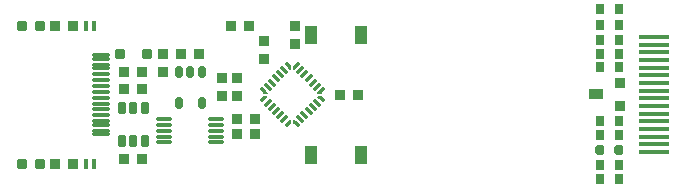
<source format=gtp>
G04*
G04 #@! TF.GenerationSoftware,Altium Limited,Altium Designer,19.1.5 (86)*
G04*
G04 Layer_Color=8421504*
%FSLAX25Y25*%
%MOIN*%
G70*
G01*
G75*
%ADD19R,0.03000X0.03200*%
G04:AMPARAMS|DCode=20|XSize=30mil|YSize=32mil|CornerRadius=7.5mil|HoleSize=0mil|Usage=FLASHONLY|Rotation=0.000|XOffset=0mil|YOffset=0mil|HoleType=Round|Shape=RoundedRectangle|*
%AMROUNDEDRECTD20*
21,1,0.03000,0.01700,0,0,0.0*
21,1,0.01500,0.03200,0,0,0.0*
1,1,0.01500,0.00750,-0.00850*
1,1,0.01500,-0.00750,-0.00850*
1,1,0.01500,-0.00750,0.00850*
1,1,0.01500,0.00750,0.00850*
%
%ADD20ROUNDEDRECTD20*%
%ADD21R,0.05000X0.03600*%
%ADD22R,0.03600X0.03600*%
%ADD23R,0.10000X0.01260*%
G04:AMPARAMS|DCode=24|XSize=12mil|YSize=22mil|CornerRadius=3mil|HoleSize=0mil|Usage=FLASHONLY|Rotation=135.000|XOffset=0mil|YOffset=0mil|HoleType=Round|Shape=RoundedRectangle|*
%AMROUNDEDRECTD24*
21,1,0.01200,0.01600,0,0,135.0*
21,1,0.00600,0.02200,0,0,135.0*
1,1,0.00600,0.00354,0.00778*
1,1,0.00600,0.00778,0.00354*
1,1,0.00600,-0.00354,-0.00778*
1,1,0.00600,-0.00778,-0.00354*
%
%ADD24ROUNDEDRECTD24*%
G04:AMPARAMS|DCode=25|XSize=12mil|YSize=32mil|CornerRadius=3mil|HoleSize=0mil|Usage=FLASHONLY|Rotation=135.000|XOffset=0mil|YOffset=0mil|HoleType=Round|Shape=RoundedRectangle|*
%AMROUNDEDRECTD25*
21,1,0.01200,0.02600,0,0,135.0*
21,1,0.00600,0.03200,0,0,135.0*
1,1,0.00600,0.00707,0.01131*
1,1,0.00600,0.01131,0.00707*
1,1,0.00600,-0.00707,-0.01131*
1,1,0.00600,-0.01131,-0.00707*
%
%ADD25ROUNDEDRECTD25*%
G04:AMPARAMS|DCode=26|XSize=12mil|YSize=22mil|CornerRadius=3mil|HoleSize=0mil|Usage=FLASHONLY|Rotation=225.000|XOffset=0mil|YOffset=0mil|HoleType=Round|Shape=RoundedRectangle|*
%AMROUNDEDRECTD26*
21,1,0.01200,0.01600,0,0,225.0*
21,1,0.00600,0.02200,0,0,225.0*
1,1,0.00600,-0.00778,0.00354*
1,1,0.00600,-0.00354,0.00778*
1,1,0.00600,0.00778,-0.00354*
1,1,0.00600,0.00354,-0.00778*
%
%ADD26ROUNDEDRECTD26*%
G04:AMPARAMS|DCode=27|XSize=12mil|YSize=32mil|CornerRadius=3mil|HoleSize=0mil|Usage=FLASHONLY|Rotation=225.000|XOffset=0mil|YOffset=0mil|HoleType=Round|Shape=RoundedRectangle|*
%AMROUNDEDRECTD27*
21,1,0.01200,0.02600,0,0,225.0*
21,1,0.00600,0.03200,0,0,225.0*
1,1,0.00600,-0.01131,0.00707*
1,1,0.00600,-0.00707,0.01131*
1,1,0.00600,0.01131,-0.00707*
1,1,0.00600,0.00707,-0.01131*
%
%ADD27ROUNDEDRECTD27*%
G04:AMPARAMS|DCode=28|XSize=31.5mil|YSize=31.5mil|CornerRadius=3.15mil|HoleSize=0mil|Usage=FLASHONLY|Rotation=180.000|XOffset=0mil|YOffset=0mil|HoleType=Round|Shape=RoundedRectangle|*
%AMROUNDEDRECTD28*
21,1,0.03150,0.02520,0,0,180.0*
21,1,0.02520,0.03150,0,0,180.0*
1,1,0.00630,-0.01260,0.01260*
1,1,0.00630,0.01260,0.01260*
1,1,0.00630,0.01260,-0.01260*
1,1,0.00630,-0.01260,-0.01260*
%
%ADD28ROUNDEDRECTD28*%
G04:AMPARAMS|DCode=29|XSize=35mil|YSize=35mil|CornerRadius=4.38mil|HoleSize=0mil|Usage=FLASHONLY|Rotation=180.000|XOffset=0mil|YOffset=0mil|HoleType=Round|Shape=RoundedRectangle|*
%AMROUNDEDRECTD29*
21,1,0.03500,0.02625,0,0,180.0*
21,1,0.02625,0.03500,0,0,180.0*
1,1,0.00875,-0.01313,0.01313*
1,1,0.00875,0.01313,0.01313*
1,1,0.00875,0.01313,-0.01313*
1,1,0.00875,-0.01313,-0.01313*
%
%ADD29ROUNDEDRECTD29*%
G04:AMPARAMS|DCode=30|XSize=16mil|YSize=35mil|CornerRadius=2.4mil|HoleSize=0mil|Usage=FLASHONLY|Rotation=0.000|XOffset=0mil|YOffset=0mil|HoleType=Round|Shape=RoundedRectangle|*
%AMROUNDEDRECTD30*
21,1,0.01600,0.03020,0,0,0.0*
21,1,0.01120,0.03500,0,0,0.0*
1,1,0.00480,0.00560,-0.01510*
1,1,0.00480,-0.00560,-0.01510*
1,1,0.00480,-0.00560,0.01510*
1,1,0.00480,0.00560,0.01510*
%
%ADD30ROUNDEDRECTD30*%
G04:AMPARAMS|DCode=31|XSize=35.43mil|YSize=31.5mil|CornerRadius=3.94mil|HoleSize=0mil|Usage=FLASHONLY|Rotation=180.000|XOffset=0mil|YOffset=0mil|HoleType=Round|Shape=RoundedRectangle|*
%AMROUNDEDRECTD31*
21,1,0.03543,0.02362,0,0,180.0*
21,1,0.02756,0.03150,0,0,180.0*
1,1,0.00787,-0.01378,0.01181*
1,1,0.00787,0.01378,0.01181*
1,1,0.00787,0.01378,-0.01181*
1,1,0.00787,-0.01378,-0.01181*
%
%ADD31ROUNDEDRECTD31*%
G04:AMPARAMS|DCode=32|XSize=35mil|YSize=35mil|CornerRadius=3.5mil|HoleSize=0mil|Usage=FLASHONLY|Rotation=270.000|XOffset=0mil|YOffset=0mil|HoleType=Round|Shape=RoundedRectangle|*
%AMROUNDEDRECTD32*
21,1,0.03500,0.02800,0,0,270.0*
21,1,0.02800,0.03500,0,0,270.0*
1,1,0.00700,-0.01400,-0.01400*
1,1,0.00700,-0.01400,0.01400*
1,1,0.00700,0.01400,0.01400*
1,1,0.00700,0.01400,-0.01400*
%
%ADD32ROUNDEDRECTD32*%
G04:AMPARAMS|DCode=33|XSize=35mil|YSize=35mil|CornerRadius=3.5mil|HoleSize=0mil|Usage=FLASHONLY|Rotation=180.000|XOffset=0mil|YOffset=0mil|HoleType=Round|Shape=RoundedRectangle|*
%AMROUNDEDRECTD33*
21,1,0.03500,0.02800,0,0,180.0*
21,1,0.02800,0.03500,0,0,180.0*
1,1,0.00700,-0.01400,0.01400*
1,1,0.00700,0.01400,0.01400*
1,1,0.00700,0.01400,-0.01400*
1,1,0.00700,-0.01400,-0.01400*
%
%ADD33ROUNDEDRECTD33*%
G04:AMPARAMS|DCode=34|XSize=59.06mil|YSize=11.81mil|CornerRadius=2.95mil|HoleSize=0mil|Usage=FLASHONLY|Rotation=0.000|XOffset=0mil|YOffset=0mil|HoleType=Round|Shape=RoundedRectangle|*
%AMROUNDEDRECTD34*
21,1,0.05906,0.00591,0,0,0.0*
21,1,0.05315,0.01181,0,0,0.0*
1,1,0.00591,0.02657,-0.00295*
1,1,0.00591,-0.02657,-0.00295*
1,1,0.00591,-0.02657,0.00295*
1,1,0.00591,0.02657,0.00295*
%
%ADD34ROUNDEDRECTD34*%
G04:AMPARAMS|DCode=35|XSize=35mil|YSize=35mil|CornerRadius=4.38mil|HoleSize=0mil|Usage=FLASHONLY|Rotation=270.000|XOffset=0mil|YOffset=0mil|HoleType=Round|Shape=RoundedRectangle|*
%AMROUNDEDRECTD35*
21,1,0.03500,0.02625,0,0,270.0*
21,1,0.02625,0.03500,0,0,270.0*
1,1,0.00875,-0.01313,-0.01313*
1,1,0.00875,-0.01313,0.01313*
1,1,0.00875,0.01313,0.01313*
1,1,0.00875,0.01313,-0.01313*
%
%ADD35ROUNDEDRECTD35*%
%ADD36O,0.05709X0.01181*%
G04:AMPARAMS|DCode=37|XSize=23.62mil|YSize=43.31mil|CornerRadius=5.91mil|HoleSize=0mil|Usage=FLASHONLY|Rotation=0.000|XOffset=0mil|YOffset=0mil|HoleType=Round|Shape=RoundedRectangle|*
%AMROUNDEDRECTD37*
21,1,0.02362,0.03150,0,0,0.0*
21,1,0.01181,0.04331,0,0,0.0*
1,1,0.01181,0.00591,-0.01575*
1,1,0.01181,-0.00591,-0.01575*
1,1,0.01181,-0.00591,0.01575*
1,1,0.01181,0.00591,0.01575*
%
%ADD37ROUNDEDRECTD37*%
G04:AMPARAMS|DCode=38|XSize=62.99mil|YSize=39.37mil|CornerRadius=3.94mil|HoleSize=0mil|Usage=FLASHONLY|Rotation=270.000|XOffset=0mil|YOffset=0mil|HoleType=Round|Shape=RoundedRectangle|*
%AMROUNDEDRECTD38*
21,1,0.06299,0.03150,0,0,270.0*
21,1,0.05512,0.03937,0,0,270.0*
1,1,0.00787,-0.01575,-0.02756*
1,1,0.00787,-0.01575,0.02756*
1,1,0.00787,0.01575,0.02756*
1,1,0.00787,0.01575,-0.02756*
%
%ADD38ROUNDEDRECTD38*%
G04:AMPARAMS|DCode=39|XSize=23.62mil|YSize=39.37mil|CornerRadius=5.91mil|HoleSize=0mil|Usage=FLASHONLY|Rotation=0.000|XOffset=0mil|YOffset=0mil|HoleType=Round|Shape=RoundedRectangle|*
%AMROUNDEDRECTD39*
21,1,0.02362,0.02756,0,0,0.0*
21,1,0.01181,0.03937,0,0,0.0*
1,1,0.01181,0.00591,-0.01378*
1,1,0.01181,-0.00591,-0.01378*
1,1,0.01181,-0.00591,0.01378*
1,1,0.01181,0.00591,0.01378*
%
%ADD39ROUNDEDRECTD39*%
G36*
X115444Y-353D02*
X114454D01*
X114171Y-636D01*
X115020Y-1485D01*
X115798Y-707D01*
X115444Y-353D01*
D02*
G37*
G36*
X123646Y-8556D02*
Y-9546D01*
X123364Y-9829D01*
X122515Y-8980D01*
X123293Y-8202D01*
X123646Y-8556D01*
D02*
G37*
G36*
X115444Y353D02*
X114454D01*
X114171Y636D01*
X115020Y1485D01*
X115798Y707D01*
X115444Y353D01*
D02*
G37*
G36*
X123646Y8556D02*
Y9546D01*
X123364Y9829D01*
X122515Y8980D01*
X123293Y8202D01*
X123646Y8556D01*
D02*
G37*
G36*
X124354Y-8556D02*
Y-9546D01*
X124636Y-9829D01*
X125485Y-8980D01*
X124707Y-8202D01*
X124354Y-8556D01*
D02*
G37*
G36*
X132556Y-353D02*
X133546D01*
X133829Y-636D01*
X132980Y-1485D01*
X132202Y-707D01*
X132556Y-353D01*
D02*
G37*
G36*
X124354Y8556D02*
Y9546D01*
X124636Y9829D01*
X125485Y8980D01*
X124707Y8202D01*
X124354Y8556D01*
D02*
G37*
G36*
X132556Y353D02*
X133546D01*
X133829Y636D01*
X132980Y1485D01*
X132202Y707D01*
X132556Y353D01*
D02*
G37*
D19*
X226698Y28559D02*
D03*
X232898D02*
D03*
X226698Y23390D02*
D03*
X232898Y23390D02*
D03*
X226698Y18290D02*
D03*
X232898D02*
D03*
Y-23510D02*
D03*
X226698Y-23510D02*
D03*
X232898Y-28010D02*
D03*
X226698Y-28010D02*
D03*
Y-13410D02*
D03*
X232898Y-13410D02*
D03*
X226698Y-8910D02*
D03*
X232898D02*
D03*
X232898Y9090D02*
D03*
X226698Y9090D02*
D03*
X232898Y13590D02*
D03*
X226698D02*
D03*
D20*
X232950Y-18500D02*
D03*
X226650D02*
D03*
D21*
X225100Y100D02*
D03*
D22*
X233100Y3800D02*
D03*
Y-3700D02*
D03*
D23*
X244423Y19261D02*
D03*
X244423Y16702D02*
D03*
X244423Y14143D02*
D03*
Y11584D02*
D03*
Y9025D02*
D03*
Y6466D02*
D03*
Y3907D02*
D03*
Y1348D02*
D03*
Y-1211D02*
D03*
X244423Y-3771D02*
D03*
X244423Y-6330D02*
D03*
Y-8889D02*
D03*
Y-11448D02*
D03*
Y-14007D02*
D03*
Y-16566D02*
D03*
Y-19125D02*
D03*
D24*
X125587Y9939D02*
D03*
X133939Y1587D02*
D03*
X122413Y-9939D02*
D03*
X114061Y-1587D02*
D03*
D25*
X126626Y8193D02*
D03*
X128017Y6801D02*
D03*
X129409Y5409D02*
D03*
X130801Y4017D02*
D03*
X132193Y2626D02*
D03*
X121374Y-8193D02*
D03*
X119983Y-6801D02*
D03*
X118591Y-5409D02*
D03*
X117199Y-4017D02*
D03*
X115807Y-2626D02*
D03*
D26*
X133939Y-1587D02*
D03*
X125587Y-9939D02*
D03*
X114061Y1587D02*
D03*
X122413Y9939D02*
D03*
D27*
X132193Y-2626D02*
D03*
X130801Y-4017D02*
D03*
X129409Y-5409D02*
D03*
X128017Y-6801D02*
D03*
X126626Y-8193D02*
D03*
X115807Y2626D02*
D03*
X117199Y4017D02*
D03*
X118591Y5409D02*
D03*
X119983Y6801D02*
D03*
X121374Y8193D02*
D03*
D28*
X40000Y-23000D02*
D03*
X34000D02*
D03*
Y23000D02*
D03*
X40000D02*
D03*
D29*
X51000Y-23000D02*
D03*
X45000D02*
D03*
X51000Y23000D02*
D03*
X45000D02*
D03*
X74000Y7500D02*
D03*
X68000D02*
D03*
X68000Y-21500D02*
D03*
X74000D02*
D03*
X105500Y-13000D02*
D03*
X111500D02*
D03*
X105500Y-8000D02*
D03*
X111500D02*
D03*
X109500Y23000D02*
D03*
X103500D02*
D03*
X140000Y0D02*
D03*
X146000D02*
D03*
D30*
X57800Y-23000D02*
D03*
X55200D02*
D03*
X57800Y23000D02*
D03*
X55200D02*
D03*
D31*
X75528Y13500D02*
D03*
X66472D02*
D03*
D32*
X100500Y5500D02*
D03*
Y-500D02*
D03*
X125000Y23000D02*
D03*
Y17000D02*
D03*
X114500Y12000D02*
D03*
Y18000D02*
D03*
X105500Y5500D02*
D03*
Y-500D02*
D03*
D33*
X93000Y13500D02*
D03*
X87000D02*
D03*
X68000Y2000D02*
D03*
X74000D02*
D03*
D34*
X60079Y-13189D02*
D03*
Y-12008D02*
D03*
Y-10039D02*
D03*
Y-8858D02*
D03*
Y-6890D02*
D03*
Y-4921D02*
D03*
Y-2953D02*
D03*
Y-984D02*
D03*
Y984D02*
D03*
Y2953D02*
D03*
Y4921D02*
D03*
Y6890D02*
D03*
Y8858D02*
D03*
Y10039D02*
D03*
Y12008D02*
D03*
Y13189D02*
D03*
D35*
X81000Y13500D02*
D03*
Y7500D02*
D03*
D36*
X81339Y-8063D02*
D03*
Y-10031D02*
D03*
Y-12000D02*
D03*
Y-13969D02*
D03*
Y-15937D02*
D03*
X98661Y-8063D02*
D03*
Y-10031D02*
D03*
Y-12000D02*
D03*
Y-13969D02*
D03*
Y-15937D02*
D03*
D37*
X74740Y-15512D02*
D03*
X71000D02*
D03*
X74740Y-4488D02*
D03*
X71000D02*
D03*
X67260D02*
D03*
Y-15512D02*
D03*
D38*
X146768Y-20000D02*
D03*
X130232D02*
D03*
Y20000D02*
D03*
X146768D02*
D03*
D39*
X93740Y7658D02*
D03*
X90000D02*
D03*
X86260D02*
D03*
Y-2657D02*
D03*
X93740D02*
D03*
M02*

</source>
